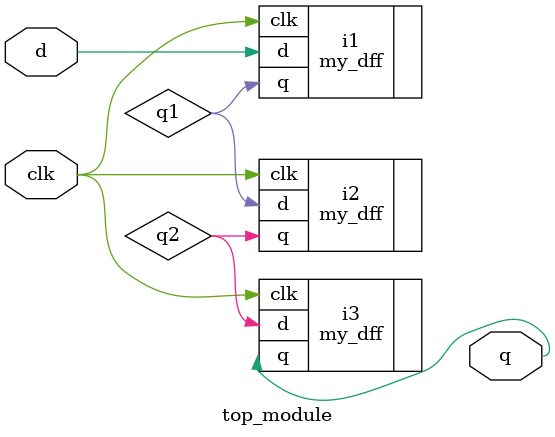
<source format=v>
module top_module ( input clk, input d, output q );
	  wire q1, q2;
    my_dff i1 (.clk(clk), .d(d), .q(q1));
    my_dff i2 (.clk(clk), .d(q1), .q(q2));
    my_dff i3 (.clk(clk), .d(q2), .q(q));
endmodule

</source>
